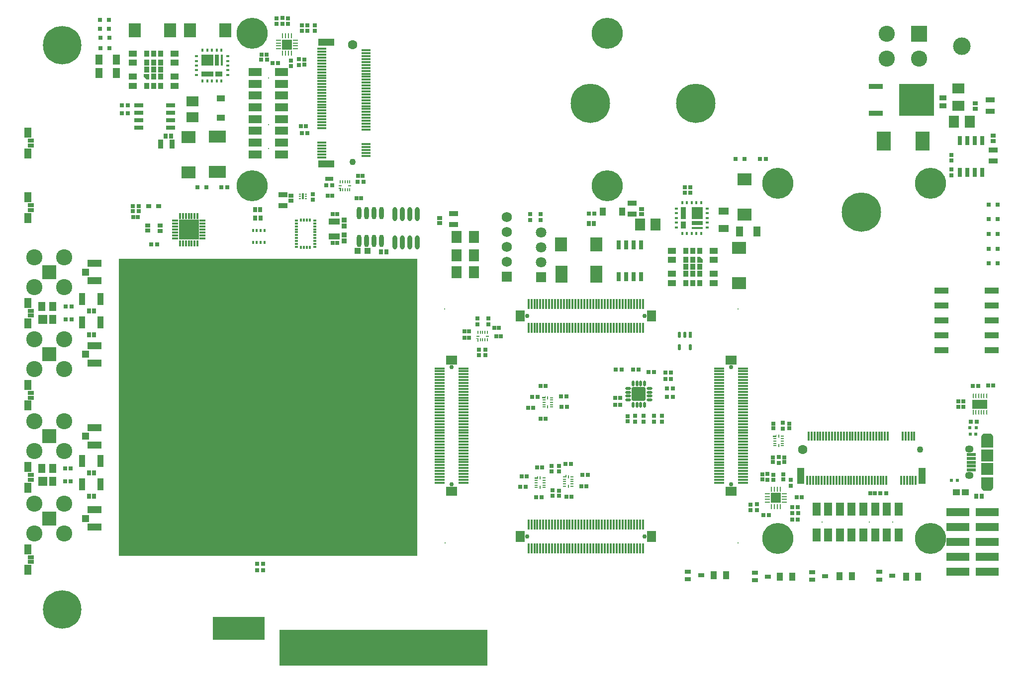
<source format=gts>
G04*
G04 #@! TF.GenerationSoftware,Altium Limited,Altium Designer,24.4.1 (13)*
G04*
G04 Layer_Color=8388736*
%FSLAX44Y44*%
%MOMM*%
G71*
G04*
G04 #@! TF.SameCoordinates,C90DC2AB-A742-4751-A2CE-D788DAC0CE27*
G04*
G04*
G04 #@! TF.FilePolarity,Negative*
G04*
G01*
G75*
G04:AMPARAMS|DCode=37|XSize=1.55mm|YSize=0.6mm|CornerRadius=0.051mm|HoleSize=0mm|Usage=FLASHONLY|Rotation=0.000|XOffset=0mm|YOffset=0mm|HoleType=Round|Shape=RoundedRectangle|*
%AMROUNDEDRECTD37*
21,1,1.5500,0.4980,0,0,0.0*
21,1,1.4480,0.6000,0,0,0.0*
1,1,0.1020,0.7240,-0.2490*
1,1,0.1020,-0.7240,-0.2490*
1,1,0.1020,-0.7240,0.2490*
1,1,0.1020,0.7240,0.2490*
%
%ADD37ROUNDEDRECTD37*%
%ADD38R,0.9000X0.8000*%
%ADD55R,0.5321X1.0383*%
G04:AMPARAMS|DCode=56|XSize=1.0383mm|YSize=0.5321mm|CornerRadius=0.2661mm|HoleSize=0mm|Usage=FLASHONLY|Rotation=270.000|XOffset=0mm|YOffset=0mm|HoleType=Round|Shape=RoundedRectangle|*
%AMROUNDEDRECTD56*
21,1,1.0383,0.0000,0,0,270.0*
21,1,0.5061,0.5321,0,0,270.0*
1,1,0.5321,0.0000,-0.2531*
1,1,0.5321,0.0000,0.2531*
1,1,0.5321,0.0000,0.2531*
1,1,0.5321,0.0000,-0.2531*
%
%ADD56ROUNDEDRECTD56*%
%ADD61R,0.3500X0.5000*%
%ADD73R,1.1000X1.3500*%
%ADD74R,1.9900X2.3300*%
%ADD75R,0.7393X0.6725*%
%ADD77R,0.9000X1.0000*%
%ADD78C,0.7413*%
%ADD79R,1.4000X1.0000*%
G04:AMPARAMS|DCode=80|XSize=1.55mm|YSize=0.6mm|CornerRadius=0.051mm|HoleSize=0mm|Usage=FLASHONLY|Rotation=90.000|XOffset=0mm|YOffset=0mm|HoleType=Round|Shape=RoundedRectangle|*
%AMROUNDEDRECTD80*
21,1,1.5500,0.4980,0,0,90.0*
21,1,1.4480,0.6000,0,0,90.0*
1,1,0.1020,0.2490,0.7240*
1,1,0.1020,0.2490,-0.7240*
1,1,0.1020,-0.2490,-0.7240*
1,1,0.1020,-0.2490,0.7240*
%
%ADD80ROUNDEDRECTD80*%
%ADD81R,2.4000X3.3000*%
%ADD82R,0.5000X0.5000*%
%ADD83R,1.3061X1.0582*%
%ADD84R,0.4750X0.5000*%
%ADD85R,2.4400X1.1300*%
%ADD86R,0.2225X0.8397*%
G04:AMPARAMS|DCode=87|XSize=0.8397mm|YSize=0.2225mm|CornerRadius=0.1112mm|HoleSize=0mm|Usage=FLASHONLY|Rotation=90.000|XOffset=0mm|YOffset=0mm|HoleType=Round|Shape=RoundedRectangle|*
%AMROUNDEDRECTD87*
21,1,0.8397,0.0000,0,0,90.0*
21,1,0.6172,0.2225,0,0,90.0*
1,1,0.2225,0.0000,0.3086*
1,1,0.2225,0.0000,-0.3086*
1,1,0.2225,0.0000,-0.3086*
1,1,0.2225,0.0000,0.3086*
%
%ADD87ROUNDEDRECTD87*%
%ADD93R,1.9000X1.1000*%
%ADD94R,0.8890X1.2954*%
%ADD95R,0.8890X2.1082*%
%ADD96R,1.8796X2.1082*%
%ADD97R,1.8796X0.6604*%
%ADD98R,1.8796X0.3556*%
%ADD99R,0.3302X0.5080*%
%ADD100R,0.5080X0.3302*%
%ADD103R,5.9182X5.5118*%
%ADD104R,2.4892X0.9398*%
%ADD105R,3.0000X2.0000*%
%ADD106R,2.3300X1.9900*%
%ADD107R,0.3000X1.5500*%
%ADD108R,1.2000X2.7500*%
%ADD109R,0.8128X0.2540*%
%ADD110R,0.2540X0.8128*%
%ADD111R,1.8034X1.8034*%
%ADD112R,0.8000X0.8000*%
%ADD116R,0.3700X0.2400*%
%ADD117R,0.4000X1.0800*%
%ADD122R,1.5500X0.3000*%
%ADD123R,2.7500X1.2000*%
%ADD124R,1.2954X0.8890*%
%ADD125R,2.1082X0.8890*%
%ADD126R,2.1082X1.8796*%
%ADD127R,0.6604X1.8796*%
%ADD128R,0.3556X1.8796*%
%ADD129R,2.0000X3.0000*%
%ADD131R,1.3500X1.1000*%
%ADD132R,0.6725X0.7393*%
%ADD135R,50.8189X50.7495*%
%ADD136R,35.5000X6.1000*%
%ADD137R,0.5250X0.4000*%
%ADD138R,0.5250X0.4000*%
%ADD139R,0.3000X0.5250*%
%ADD140R,0.3000X0.5250*%
%ADD141R,8.8000X3.8876*%
%ADD142R,0.8032X0.7032*%
%ADD143R,1.1032X1.0032*%
%ADD144R,0.7032X0.8032*%
%ADD145R,1.1032X1.4032*%
%ADD146R,1.2532X1.8032*%
%ADD147R,1.8032X1.2532*%
%ADD148R,0.8432X0.8032*%
%ADD149R,0.8032X0.8432*%
%ADD150R,1.5032X0.9032*%
%ADD151R,0.9032X1.5032*%
%ADD152R,1.7531X0.4531*%
%ADD153R,1.9032X1.5532*%
%ADD154R,1.5532X1.9032*%
%ADD155R,0.4531X1.7531*%
%ADD156R,1.1032X0.7032*%
%ADD157R,1.2032X0.9232*%
%ADD158R,0.9144X4.3942*%
%ADD159R,0.9144X3.4036*%
%ADD160O,0.8032X2.4032*%
%ADD161O,0.8032X2.1032*%
%ADD162R,2.0032X0.4532*%
%ADD163R,1.2032X1.6032*%
%ADD164R,1.6032X1.6032*%
%ADD165R,1.3232X2.3082*%
%ADD166R,1.2532X1.2032*%
%ADD167R,2.4032X1.2532*%
%ADD168R,1.1032X0.4632*%
%ADD169R,0.4632X1.1032*%
%ADD170R,3.4532X3.4532*%
%ADD171R,1.0532X0.5032*%
%ADD172R,1.6532X2.1032*%
%ADD173R,1.7032X2.0532*%
%ADD174R,2.5500X1.6500*%
%ADD175R,0.6532X0.6532*%
%ADD176R,0.9232X0.9232*%
%ADD177R,3.8832X1.4732*%
G04:AMPARAMS|DCode=178|XSize=0.5032mm|YSize=0.9532mm|CornerRadius=0.1511mm|HoleSize=0mm|Usage=FLASHONLY|Rotation=180.000|XOffset=0mm|YOffset=0mm|HoleType=Round|Shape=RoundedRectangle|*
%AMROUNDEDRECTD178*
21,1,0.5032,0.6510,0,0,180.0*
21,1,0.2010,0.9532,0,0,180.0*
1,1,0.3022,-0.1005,0.3255*
1,1,0.3022,0.1005,0.3255*
1,1,0.3022,0.1005,-0.3255*
1,1,0.3022,-0.1005,-0.3255*
%
%ADD178ROUNDEDRECTD178*%
G04:AMPARAMS|DCode=179|XSize=0.5032mm|YSize=0.9532mm|CornerRadius=0.1511mm|HoleSize=0mm|Usage=FLASHONLY|Rotation=90.000|XOffset=0mm|YOffset=0mm|HoleType=Round|Shape=RoundedRectangle|*
%AMROUNDEDRECTD179*
21,1,0.5032,0.6510,0,0,90.0*
21,1,0.2010,0.9532,0,0,90.0*
1,1,0.3022,0.3255,0.1005*
1,1,0.3022,0.3255,-0.1005*
1,1,0.3022,-0.3255,-0.1005*
1,1,0.3022,-0.3255,0.1005*
%
%ADD179ROUNDEDRECTD179*%
G04:AMPARAMS|DCode=180|XSize=2.3032mm|YSize=2.3032mm|CornerRadius=0.1541mm|HoleSize=0mm|Usage=FLASHONLY|Rotation=90.000|XOffset=0mm|YOffset=0mm|HoleType=Round|Shape=RoundedRectangle|*
%AMROUNDEDRECTD180*
21,1,2.3032,1.9950,0,0,90.0*
21,1,1.9950,2.3032,0,0,90.0*
1,1,0.3082,0.9975,0.9975*
1,1,0.3082,0.9975,-0.9975*
1,1,0.3082,-0.9975,-0.9975*
1,1,0.3082,-0.9975,0.9975*
%
%ADD180ROUNDEDRECTD180*%
%ADD181R,2.1032X2.0032*%
%ADD182R,1.5532X0.6032*%
%ADD183C,0.1800*%
%ADD184R,0.6000X0.2000*%
%ADD185R,0.2000X0.6000*%
%ADD186R,1.0032X0.7032*%
%ADD187R,1.2032X1.7032*%
%ADD188R,0.7532X0.7532*%
%ADD189R,2.3082X1.3232*%
%ADD190R,0.6000X0.2000*%
%ADD191R,0.2000X0.6000*%
%ADD192R,0.6532X0.7032*%
%ADD193R,0.7532X0.7532*%
%ADD194R,0.7032X0.6532*%
%ADD195R,2.0532X1.7032*%
%ADD196R,2.1032X1.6532*%
%ADD197R,2.1032X1.7782*%
%ADD198R,2.4532X2.4532*%
%ADD199C,2.7532*%
%ADD200C,0.7534*%
%ADD201C,6.2992*%
%ADD202C,2.7432*%
%ADD203C,0.2032*%
%ADD204C,2.7500*%
%ADD205R,2.7500X2.7500*%
%ADD206C,2.9972*%
%ADD207C,1.7532*%
%ADD208R,1.7532X1.7532*%
%ADD209C,1.8032*%
%ADD210R,1.8032X1.8032*%
%ADD211O,2.1032X1.4032*%
%ADD212O,1.4532X1.2532*%
%ADD213C,1.1000*%
%ADD214C,1.6000*%
%ADD215C,6.7032*%
%ADD216C,6.5532*%
%ADD217R,0.2032X0.2032*%
%ADD218C,5.2832*%
G36*
X885500Y318000D02*
X879500D01*
Y320000D01*
X884000D01*
Y322000D01*
X885500D01*
Y318000D01*
D02*
G37*
G36*
X784000Y551500D02*
X782000D01*
Y556000D01*
X780000D01*
Y557500D01*
X784000D01*
Y551500D01*
D02*
G37*
G36*
X223500Y998000D02*
X219000D01*
X214500Y1002500D01*
Y1008000D01*
X223500D01*
Y998000D01*
D02*
G37*
G36*
X550000Y807500D02*
X548000D01*
Y812000D01*
X546000D01*
Y813500D01*
X550000D01*
Y807500D01*
D02*
G37*
G36*
X933500Y320000D02*
X927500D01*
Y322000D01*
X932000D01*
Y324000D01*
X933500D01*
Y320000D01*
D02*
G37*
G36*
X898500Y455000D02*
X892500D01*
Y457000D01*
X897000D01*
Y459000D01*
X898500D01*
Y455000D01*
D02*
G37*
G36*
X1291500Y389000D02*
X1285500D01*
Y391000D01*
X1290000D01*
Y393000D01*
X1291500D01*
Y389000D01*
D02*
G37*
G36*
X1165500Y691500D02*
Y686000D01*
X1156500D01*
Y696000D01*
X1161000D01*
X1165500Y691500D01*
D02*
G37*
D37*
X205500Y954050D02*
D03*
Y941350D02*
D03*
X259500Y915950D02*
D03*
Y928650D02*
D03*
Y941350D02*
D03*
X205500Y928650D02*
D03*
Y915950D02*
D03*
X259500Y954050D02*
D03*
D38*
X239853Y782525D02*
D03*
X222853D02*
D03*
D55*
X1145000Y563324D02*
D03*
D56*
X1126000D02*
D03*
X1145000Y542000D02*
D03*
X1126000D02*
D03*
X1135500Y563324D02*
D03*
D61*
X413071Y720741D02*
D03*
X419571D02*
D03*
Y741241D02*
D03*
X413071D02*
D03*
X406571D02*
D03*
X400071D02*
D03*
X406571Y720741D02*
D03*
X400071D02*
D03*
D73*
X1028500Y773000D02*
D03*
X995500D02*
D03*
D74*
X924800Y717000D02*
D03*
X985000D02*
D03*
X353100Y1082000D02*
D03*
X292900D02*
D03*
X259100Y1082000D02*
D03*
X198900D02*
D03*
D75*
X981027Y769500D02*
D03*
X971695D02*
D03*
D77*
X1137000Y691000D02*
D03*
X1149000D02*
D03*
X1137000Y667000D02*
D03*
X1149000D02*
D03*
X1161000D02*
D03*
X1137000Y679000D02*
D03*
X1149000D02*
D03*
X1161000D02*
D03*
Y651500D02*
D03*
X1149000D02*
D03*
X1137000D02*
D03*
Y706500D02*
D03*
X1149000D02*
D03*
X1161000D02*
D03*
X243000Y1003000D02*
D03*
Y1027000D02*
D03*
X231000D02*
D03*
X219000D02*
D03*
X243000Y1015000D02*
D03*
X219000D02*
D03*
Y1042500D02*
D03*
X231000D02*
D03*
X243000D02*
D03*
Y987500D02*
D03*
X231000D02*
D03*
X219000D02*
D03*
X231000Y1015000D02*
D03*
Y1003000D02*
D03*
D78*
X1160620Y690556D02*
D03*
X219380Y1003444D02*
D03*
D79*
X1113500Y651500D02*
D03*
Y667000D02*
D03*
Y691000D02*
D03*
Y706500D02*
D03*
X1184500Y667000D02*
D03*
Y651500D02*
D03*
Y691000D02*
D03*
Y706500D02*
D03*
X266500Y1042500D02*
D03*
Y1027000D02*
D03*
Y1003000D02*
D03*
Y987500D02*
D03*
X195500Y1027000D02*
D03*
Y1042500D02*
D03*
Y1003000D02*
D03*
Y987500D02*
D03*
D80*
X1022630Y662000D02*
D03*
X1035330D02*
D03*
X1060730Y716000D02*
D03*
X1048030D02*
D03*
X1035330D02*
D03*
X1022630D02*
D03*
X1048030Y662000D02*
D03*
X1060730D02*
D03*
X1642050Y840000D02*
D03*
X1629350D02*
D03*
X1603950Y894000D02*
D03*
X1616650D02*
D03*
X1629350D02*
D03*
X1642050D02*
D03*
X1616650Y840000D02*
D03*
X1603950D02*
D03*
D81*
X1474000Y893000D02*
D03*
X1540000D02*
D03*
D82*
X1631000Y394000D02*
D03*
X1621000D02*
D03*
X1589000Y315000D02*
D03*
X1599000D02*
D03*
D83*
X1597239Y295000D02*
D03*
X1612761D02*
D03*
D84*
X1620875Y405000D02*
D03*
X1631125D02*
D03*
D85*
X1658000Y536700D02*
D03*
Y562100D02*
D03*
Y587500D02*
D03*
Y612900D02*
D03*
Y638300D02*
D03*
X1572000D02*
D03*
Y612900D02*
D03*
Y587500D02*
D03*
Y562100D02*
D03*
Y536700D02*
D03*
D86*
X1626500Y430690D02*
D03*
D87*
X1631000D02*
D03*
X1635500D02*
D03*
X1640000D02*
D03*
X1644500D02*
D03*
X1649000D02*
D03*
Y459000D02*
D03*
X1644500D02*
D03*
X1640000D02*
D03*
X1635500D02*
D03*
X1631000D02*
D03*
X1626500D02*
D03*
D93*
X538591Y756000D02*
D03*
Y731000D02*
D03*
D94*
X1133000Y750250D02*
D03*
D95*
Y770250D02*
D03*
D96*
X1156100D02*
D03*
D97*
Y753650D02*
D03*
D98*
Y745550D02*
D03*
D99*
X1163000Y735834D02*
D03*
X1155000D02*
D03*
X1147000D02*
D03*
X1139000D02*
D03*
X1131000D02*
D03*
Y788666D02*
D03*
X1139000D02*
D03*
X1147000D02*
D03*
X1155000D02*
D03*
X1163000D02*
D03*
X346416Y995584D02*
D03*
X338416D02*
D03*
X330416D02*
D03*
X322416D02*
D03*
X314416D02*
D03*
Y1048416D02*
D03*
X322416D02*
D03*
X330416D02*
D03*
X338416D02*
D03*
X346416D02*
D03*
D100*
X1120584Y746250D02*
D03*
Y754250D02*
D03*
Y762250D02*
D03*
Y770250D02*
D03*
Y778250D02*
D03*
X1173416D02*
D03*
Y770250D02*
D03*
Y762250D02*
D03*
Y754250D02*
D03*
Y746250D02*
D03*
X356832Y1038000D02*
D03*
Y1030000D02*
D03*
Y1022000D02*
D03*
Y1014000D02*
D03*
Y1006000D02*
D03*
X304000D02*
D03*
Y1014000D02*
D03*
Y1022000D02*
D03*
Y1030000D02*
D03*
Y1038000D02*
D03*
D103*
X1529653Y964000D02*
D03*
D104*
X1460438Y941140D02*
D03*
Y986860D02*
D03*
D105*
X339124Y840590D02*
D03*
Y900590D02*
D03*
D106*
X1228000Y650900D02*
D03*
Y711100D02*
D03*
X1237000Y767900D02*
D03*
Y828100D02*
D03*
X290000Y900100D02*
D03*
Y839900D02*
D03*
D107*
X1528500Y315000D02*
D03*
X1523500D02*
D03*
X1518500D02*
D03*
X1513500D02*
D03*
X1508500D02*
D03*
X1503500D02*
D03*
X1526000Y390500D02*
D03*
X1521000D02*
D03*
X1516000D02*
D03*
X1511000D02*
D03*
X1506000D02*
D03*
X1478500Y315000D02*
D03*
X1476000Y390500D02*
D03*
X1473500Y315000D02*
D03*
X1471000Y390500D02*
D03*
X1468500Y315000D02*
D03*
X1466000Y390500D02*
D03*
X1463500Y315000D02*
D03*
X1461000Y390500D02*
D03*
X1458500Y315000D02*
D03*
X1456000Y390500D02*
D03*
X1453500Y315000D02*
D03*
X1451000Y390500D02*
D03*
X1448500Y315000D02*
D03*
X1446000Y390500D02*
D03*
X1443500Y315000D02*
D03*
X1441000Y390500D02*
D03*
X1438500Y315000D02*
D03*
X1436000Y390500D02*
D03*
X1433500Y315000D02*
D03*
X1431000Y390500D02*
D03*
X1428500Y315000D02*
D03*
X1426000Y390500D02*
D03*
X1423500Y315000D02*
D03*
X1421000Y390500D02*
D03*
X1418500Y315000D02*
D03*
X1416000Y390500D02*
D03*
X1413500Y315000D02*
D03*
X1411000Y390500D02*
D03*
X1408500Y315000D02*
D03*
X1406000Y390500D02*
D03*
X1403500Y315000D02*
D03*
X1401000Y390500D02*
D03*
X1398500Y315000D02*
D03*
X1396000Y390500D02*
D03*
X1393500Y315000D02*
D03*
X1391000Y390500D02*
D03*
X1388500Y315000D02*
D03*
X1386000Y390500D02*
D03*
X1383500Y315000D02*
D03*
X1381000Y390500D02*
D03*
X1378500Y315000D02*
D03*
X1376000Y390500D02*
D03*
X1373500Y315000D02*
D03*
X1371000Y390500D02*
D03*
X1368500Y315000D02*
D03*
X1366000Y390500D02*
D03*
X1363500Y315000D02*
D03*
X1361000Y390500D02*
D03*
X1358500Y315000D02*
D03*
X1356000Y390500D02*
D03*
X1353500Y315000D02*
D03*
X1351000Y390500D02*
D03*
X1348500Y315000D02*
D03*
X1346000Y390500D02*
D03*
X1343500Y315000D02*
D03*
X1481000Y390500D02*
D03*
D108*
X1539500Y322750D02*
D03*
X1332500D02*
D03*
D109*
X443522Y1065500D02*
D03*
Y1060500D02*
D03*
Y1055500D02*
D03*
Y1050500D02*
D03*
X472478D02*
D03*
Y1055500D02*
D03*
Y1060500D02*
D03*
Y1065500D02*
D03*
X1304478Y292500D02*
D03*
Y287500D02*
D03*
Y282500D02*
D03*
Y277500D02*
D03*
X1275522D02*
D03*
Y282500D02*
D03*
Y287500D02*
D03*
Y292500D02*
D03*
D110*
X450500Y1043522D02*
D03*
X455500D02*
D03*
X460500D02*
D03*
X465500D02*
D03*
Y1072478D02*
D03*
X460500D02*
D03*
X455500D02*
D03*
X450500D02*
D03*
X1282500Y299478D02*
D03*
X1287500D02*
D03*
X1292500D02*
D03*
X1297500D02*
D03*
Y270522D02*
D03*
X1292500D02*
D03*
X1287500D02*
D03*
X1282500D02*
D03*
D111*
X458000Y1058000D02*
D03*
X1290000Y285000D02*
D03*
D112*
X1652500Y785000D02*
D03*
X1667500D02*
D03*
Y735000D02*
D03*
X1652500D02*
D03*
X1667500Y710000D02*
D03*
X1652500D02*
D03*
X1667500Y685000D02*
D03*
X1652500D02*
D03*
X140000Y1100000D02*
D03*
X155000D02*
D03*
X1652500Y760000D02*
D03*
X1667500D02*
D03*
X1237000Y863000D02*
D03*
X1222000D02*
D03*
X305500Y815000D02*
D03*
X320500D02*
D03*
X155500Y1052000D02*
D03*
X140500D02*
D03*
X155500Y1069500D02*
D03*
X140500D02*
D03*
X155000Y1085000D02*
D03*
X140000D02*
D03*
D116*
X479850Y803026D02*
D03*
Y799026D02*
D03*
Y795026D02*
D03*
X490150D02*
D03*
Y799026D02*
D03*
Y803026D02*
D03*
D117*
X485000Y799026D02*
D03*
D122*
X592750Y913000D02*
D03*
X517250Y1050500D02*
D03*
X592750Y1048000D02*
D03*
X517250Y1045500D02*
D03*
X592750Y1043000D02*
D03*
X517250Y1040500D02*
D03*
X592750Y1038000D02*
D03*
X517250Y1035500D02*
D03*
X592750Y1033000D02*
D03*
X517250Y1030500D02*
D03*
X592750Y1028000D02*
D03*
X517250Y1025500D02*
D03*
X592750Y1023000D02*
D03*
X517250Y1020500D02*
D03*
X592750Y1018000D02*
D03*
X517250Y1015500D02*
D03*
X592750Y1013000D02*
D03*
X517250Y1010500D02*
D03*
X592750Y1008000D02*
D03*
X517250Y1005500D02*
D03*
X592750Y1003000D02*
D03*
X517250Y1000500D02*
D03*
X592750Y998000D02*
D03*
X517250Y995500D02*
D03*
X592750Y993000D02*
D03*
X517250Y990500D02*
D03*
X592750Y988000D02*
D03*
X517250Y985500D02*
D03*
X592750Y983000D02*
D03*
X517250Y980500D02*
D03*
X592750Y978000D02*
D03*
X517250Y975500D02*
D03*
X592750Y973000D02*
D03*
X517250Y970500D02*
D03*
X592750Y968000D02*
D03*
X517250Y965500D02*
D03*
X592750Y963000D02*
D03*
X517250Y960500D02*
D03*
X592750Y958000D02*
D03*
X517250Y955500D02*
D03*
X592750Y953000D02*
D03*
X517250Y950500D02*
D03*
X592750Y948000D02*
D03*
X517250Y945500D02*
D03*
X592750Y943000D02*
D03*
X517250Y940500D02*
D03*
X592750Y938000D02*
D03*
X517250Y935500D02*
D03*
X592750Y933000D02*
D03*
X517250Y930500D02*
D03*
X592750Y928000D02*
D03*
X517250Y925500D02*
D03*
X592750Y923000D02*
D03*
X517250Y920500D02*
D03*
X592750Y918000D02*
D03*
X517250Y915500D02*
D03*
X592750Y888000D02*
D03*
Y883000D02*
D03*
Y878000D02*
D03*
Y873000D02*
D03*
Y868000D02*
D03*
X517250Y890500D02*
D03*
Y885500D02*
D03*
Y880500D02*
D03*
Y875500D02*
D03*
Y870500D02*
D03*
Y865500D02*
D03*
D123*
X525000Y1061500D02*
D03*
Y854500D02*
D03*
D124*
X342416Y1008000D02*
D03*
D125*
X322416D02*
D03*
D126*
Y1031100D02*
D03*
D127*
X339016D02*
D03*
D128*
X347116D02*
D03*
D129*
X925000Y666000D02*
D03*
X985000D02*
D03*
D131*
X345000Y966500D02*
D03*
Y933500D02*
D03*
D132*
X502000Y802666D02*
D03*
Y793334D02*
D03*
D135*
X426095Y439253D02*
D03*
D136*
X622500Y29500D02*
D03*
D137*
X473966Y758000D02*
D03*
X473966Y748000D02*
D03*
X473966Y738000D02*
D03*
Y733000D02*
D03*
X473966Y723000D02*
D03*
X473966Y713000D02*
D03*
X505216Y758000D02*
D03*
X505216Y748000D02*
D03*
X505216Y738000D02*
D03*
Y733000D02*
D03*
X505216Y723000D02*
D03*
X505216Y713000D02*
D03*
D138*
X473966Y753000D02*
D03*
Y743000D02*
D03*
Y728000D02*
D03*
Y718000D02*
D03*
X505216Y753000D02*
D03*
Y743000D02*
D03*
Y728000D02*
D03*
Y718000D02*
D03*
D139*
X497091Y758625D02*
D03*
X482091D02*
D03*
Y712375D02*
D03*
X497091D02*
D03*
D140*
X492091Y758625D02*
D03*
X487091D02*
D03*
X487091Y712375D02*
D03*
X492091D02*
D03*
D141*
X376000Y62438D02*
D03*
D142*
X872000Y759000D02*
D03*
Y769000D02*
D03*
X1295000Y355000D02*
D03*
Y345000D02*
D03*
X1302000Y403000D02*
D03*
Y413000D02*
D03*
X478000Y1033000D02*
D03*
Y1023000D02*
D03*
X493000Y1081000D02*
D03*
Y1091000D02*
D03*
X1258000Y274000D02*
D03*
Y264000D02*
D03*
X450000Y1093000D02*
D03*
Y1103000D02*
D03*
X1316000Y306000D02*
D03*
Y316000D02*
D03*
X1276000Y316000D02*
D03*
Y326000D02*
D03*
X796000Y528000D02*
D03*
Y538000D02*
D03*
X801000Y591000D02*
D03*
Y581000D02*
D03*
X785000Y528000D02*
D03*
Y538000D02*
D03*
X782000Y591000D02*
D03*
Y581000D02*
D03*
X1065000Y425000D02*
D03*
Y415000D02*
D03*
X1051000Y425000D02*
D03*
Y415000D02*
D03*
X1096000Y425000D02*
D03*
Y415000D02*
D03*
X1083000Y425000D02*
D03*
Y415000D02*
D03*
X1135000Y805000D02*
D03*
Y815000D02*
D03*
X890000Y769000D02*
D03*
Y759000D02*
D03*
X1145000Y815000D02*
D03*
Y805000D02*
D03*
X1589000Y845000D02*
D03*
Y835000D02*
D03*
Y860000D02*
D03*
Y870000D02*
D03*
D143*
X578500Y706000D02*
D03*
X595500D02*
D03*
D144*
X578000Y824000D02*
D03*
X588000D02*
D03*
X535000Y818000D02*
D03*
X525000D02*
D03*
X424000Y1032000D02*
D03*
X414000D02*
D03*
X1318000Y259000D02*
D03*
X1328000D02*
D03*
X1047000Y504000D02*
D03*
X1057000D02*
D03*
X1028000D02*
D03*
X1018000D02*
D03*
X1105000Y472000D02*
D03*
X1115000D02*
D03*
X1105000Y457000D02*
D03*
X1115000D02*
D03*
X1102000Y499000D02*
D03*
X1112000D02*
D03*
X1102000Y488000D02*
D03*
X1112000D02*
D03*
X195353Y782525D02*
D03*
X205353D02*
D03*
X195353Y773525D02*
D03*
X205353D02*
D03*
X1273000Y863000D02*
D03*
X1263000D02*
D03*
X356000Y815000D02*
D03*
X346000D02*
D03*
X1632000Y415000D02*
D03*
X1622000D02*
D03*
X493000Y907000D02*
D03*
X483000D02*
D03*
X90000Y313000D02*
D03*
X80000D02*
D03*
X91000Y589000D02*
D03*
X81000D02*
D03*
X90000Y335000D02*
D03*
X80000D02*
D03*
X91000Y611000D02*
D03*
X81000D02*
D03*
X1478000Y293000D02*
D03*
X1468000D02*
D03*
X187000Y954000D02*
D03*
X177000D02*
D03*
X187000Y941000D02*
D03*
X177000D02*
D03*
X407000Y162000D02*
D03*
X417000D02*
D03*
X407000Y173000D02*
D03*
X417000D02*
D03*
X227000Y717000D02*
D03*
X237000D02*
D03*
D145*
X1398700Y152007D02*
D03*
X1419700D02*
D03*
X1511700Y151007D02*
D03*
X1532700D02*
D03*
X1297360Y151186D02*
D03*
X1318360D02*
D03*
X1184360Y153186D02*
D03*
X1205360D02*
D03*
D146*
X1228492Y739000D02*
D03*
X1257992D02*
D03*
X167750Y1032000D02*
D03*
X138250D02*
D03*
X167750Y1009000D02*
D03*
X138250D02*
D03*
D147*
X1201000Y744250D02*
D03*
Y773750D02*
D03*
D148*
X221000Y749400D02*
D03*
Y740600D02*
D03*
X465000Y800400D02*
D03*
Y791600D02*
D03*
X1062000Y777400D02*
D03*
Y768600D02*
D03*
X717827Y753335D02*
D03*
Y762135D02*
D03*
X242000Y749000D02*
D03*
Y740200D02*
D03*
X1630000Y948600D02*
D03*
Y957400D02*
D03*
X1660000Y893600D02*
D03*
Y902400D02*
D03*
D149*
X980761Y752500D02*
D03*
X971961D02*
D03*
X1640400Y288000D02*
D03*
X1631600D02*
D03*
X129400Y563000D02*
D03*
X120600D02*
D03*
X129400Y288000D02*
D03*
X120600D02*
D03*
X129400Y328000D02*
D03*
X120600D02*
D03*
X129400Y604000D02*
D03*
X120600D02*
D03*
X412686Y776425D02*
D03*
X403886D02*
D03*
X412848Y761987D02*
D03*
X404048D02*
D03*
X627150Y704250D02*
D03*
X618350D02*
D03*
X260400Y902000D02*
D03*
X251600D02*
D03*
D150*
X1046000Y787500D02*
D03*
Y768500D02*
D03*
X1660000Y859370D02*
D03*
Y878370D02*
D03*
X451500Y783000D02*
D03*
Y802000D02*
D03*
X741638Y770000D02*
D03*
Y751000D02*
D03*
X1655000Y944500D02*
D03*
Y963500D02*
D03*
D151*
X243000Y888500D02*
D03*
X262000D02*
D03*
D152*
X1234624Y315932D02*
D03*
X1194126Y450930D02*
D03*
Y315932D02*
D03*
Y310930D02*
D03*
X1234624D02*
D03*
Y335932D02*
D03*
Y360930D02*
D03*
Y385932D02*
D03*
Y410930D02*
D03*
Y435931D02*
D03*
Y460930D02*
D03*
Y485931D02*
D03*
X1194126Y335932D02*
D03*
Y360930D02*
D03*
Y385932D02*
D03*
Y410930D02*
D03*
Y435931D02*
D03*
Y460930D02*
D03*
Y485931D02*
D03*
Y320930D02*
D03*
X1234624D02*
D03*
X1194126Y455931D02*
D03*
X1234624Y420930D02*
D03*
Y405932D02*
D03*
X1194126Y465931D02*
D03*
X1234624Y505931D02*
D03*
X1194126Y480930D02*
D03*
Y505931D02*
D03*
Y490930D02*
D03*
X1234624Y390930D02*
D03*
Y425932D02*
D03*
Y500930D02*
D03*
X1194126Y495931D02*
D03*
X1234624Y395932D02*
D03*
Y480930D02*
D03*
Y465931D02*
D03*
Y490930D02*
D03*
Y415932D02*
D03*
Y400930D02*
D03*
Y430930D02*
D03*
Y445931D02*
D03*
Y450930D02*
D03*
Y475931D02*
D03*
Y440930D02*
D03*
X1194126Y500930D02*
D03*
X1234624Y495931D02*
D03*
X1194126Y475931D02*
D03*
X1234624Y375932D02*
D03*
Y380930D02*
D03*
Y470930D02*
D03*
Y455931D02*
D03*
X1194126Y440930D02*
D03*
Y445931D02*
D03*
X1234624Y345932D02*
D03*
X1194126Y405932D02*
D03*
Y395932D02*
D03*
X1234624Y330930D02*
D03*
X1194126Y420930D02*
D03*
Y380930D02*
D03*
Y370930D02*
D03*
Y350930D02*
D03*
X1234624Y340930D02*
D03*
Y365932D02*
D03*
X1194126Y415932D02*
D03*
Y470930D02*
D03*
Y340930D02*
D03*
Y330930D02*
D03*
X1234624Y325932D02*
D03*
Y355932D02*
D03*
Y370930D02*
D03*
Y350930D02*
D03*
X1194126Y390930D02*
D03*
Y400930D02*
D03*
Y345932D02*
D03*
Y375932D02*
D03*
Y355932D02*
D03*
Y325932D02*
D03*
Y365932D02*
D03*
Y430930D02*
D03*
Y425932D02*
D03*
X717899Y500955D02*
D03*
X758397Y365956D02*
D03*
Y500955D02*
D03*
Y505956D02*
D03*
X717899D02*
D03*
Y480955D02*
D03*
Y455956D02*
D03*
Y430955D02*
D03*
Y405956D02*
D03*
Y380955D02*
D03*
Y355956D02*
D03*
Y330955D02*
D03*
X758397Y480955D02*
D03*
Y455956D02*
D03*
Y430955D02*
D03*
Y405956D02*
D03*
Y380955D02*
D03*
Y355956D02*
D03*
Y330955D02*
D03*
Y495956D02*
D03*
X717899D02*
D03*
X758397Y360955D02*
D03*
X717899Y395956D02*
D03*
Y410955D02*
D03*
X758397Y350955D02*
D03*
X717899Y310955D02*
D03*
X758397Y335956D02*
D03*
Y310955D02*
D03*
Y325956D02*
D03*
X717899Y425956D02*
D03*
Y390955D02*
D03*
Y315956D02*
D03*
X758397Y320955D02*
D03*
X717899Y420955D02*
D03*
Y335956D02*
D03*
Y350955D02*
D03*
Y325956D02*
D03*
Y400955D02*
D03*
Y415956D02*
D03*
Y385956D02*
D03*
Y370955D02*
D03*
Y365956D02*
D03*
Y340955D02*
D03*
Y375956D02*
D03*
X758397Y315956D02*
D03*
X717899Y320955D02*
D03*
X758397Y340955D02*
D03*
X717899Y440955D02*
D03*
Y435956D02*
D03*
Y345956D02*
D03*
Y360955D02*
D03*
X758397Y375956D02*
D03*
Y370955D02*
D03*
X717899Y470955D02*
D03*
X758397Y410955D02*
D03*
Y420955D02*
D03*
X717899Y485956D02*
D03*
X758397Y395956D02*
D03*
Y435956D02*
D03*
Y445956D02*
D03*
Y465956D02*
D03*
X717899Y475956D02*
D03*
Y450955D02*
D03*
X758397Y400955D02*
D03*
Y345956D02*
D03*
Y475956D02*
D03*
Y485956D02*
D03*
X717899Y490955D02*
D03*
Y460955D02*
D03*
Y445956D02*
D03*
Y465956D02*
D03*
X758397Y425956D02*
D03*
Y415956D02*
D03*
Y470955D02*
D03*
Y440955D02*
D03*
Y460955D02*
D03*
Y490955D02*
D03*
Y450955D02*
D03*
Y385956D02*
D03*
Y390955D02*
D03*
D153*
X1214261Y296693D02*
D03*
Y520193D02*
D03*
X738261D02*
D03*
Y296693D02*
D03*
D154*
X855011Y595193D02*
D03*
X1078511D02*
D03*
Y219193D02*
D03*
X855011D02*
D03*
D155*
X949273Y575058D02*
D03*
X944274D02*
D03*
X1009273D02*
D03*
X1049273D02*
D03*
X1019273D02*
D03*
X999273D02*
D03*
X1029273D02*
D03*
X974274D02*
D03*
X984274D02*
D03*
X1024274Y615556D02*
D03*
X1004274D02*
D03*
X1019273D02*
D03*
X1049273D02*
D03*
X1044274Y575058D02*
D03*
X1034274D02*
D03*
X904275D02*
D03*
X959273D02*
D03*
X1009273Y615556D02*
D03*
X1034274D02*
D03*
X1024274Y575058D02*
D03*
X1004274D02*
D03*
X994274D02*
D03*
X954274D02*
D03*
X1044274Y615556D02*
D03*
X979273Y575058D02*
D03*
X969273D02*
D03*
X1029273Y615556D02*
D03*
X929273Y575058D02*
D03*
X934274D02*
D03*
X919273Y615556D02*
D03*
X904275D02*
D03*
X994274D02*
D03*
X999273D02*
D03*
X899273Y575058D02*
D03*
X879273Y615556D02*
D03*
X874275Y575058D02*
D03*
X934274Y615556D02*
D03*
X899273D02*
D03*
X924274D02*
D03*
X929273D02*
D03*
X944274D02*
D03*
X974274D02*
D03*
X959273D02*
D03*
X884275D02*
D03*
X909273D02*
D03*
X894275D02*
D03*
X979273D02*
D03*
X879273Y575058D02*
D03*
X874275Y615556D02*
D03*
X949273D02*
D03*
X984274D02*
D03*
X884275Y575058D02*
D03*
X869273D02*
D03*
X894275D02*
D03*
X869273Y615556D02*
D03*
X909273Y575058D02*
D03*
X969273Y615556D02*
D03*
X954274D02*
D03*
X919273Y575058D02*
D03*
X1054274Y615556D02*
D03*
Y575058D02*
D03*
X889273D02*
D03*
X914274D02*
D03*
X939273D02*
D03*
X964274D02*
D03*
X989273D02*
D03*
X1014274D02*
D03*
X1039273D02*
D03*
X889273Y615556D02*
D03*
X914274D02*
D03*
X939273D02*
D03*
X964274D02*
D03*
X989273D02*
D03*
X1014274D02*
D03*
X1039273D02*
D03*
X1064274D02*
D03*
Y575058D02*
D03*
X1059273D02*
D03*
X924274D02*
D03*
X1059273Y615556D02*
D03*
X984249Y239329D02*
D03*
X989248D02*
D03*
X924250D02*
D03*
X884250D02*
D03*
X914250D02*
D03*
X934250D02*
D03*
X904250D02*
D03*
X959248D02*
D03*
X949248D02*
D03*
X909248Y198831D02*
D03*
X929248D02*
D03*
X914250D02*
D03*
X884250D02*
D03*
X889249Y239329D02*
D03*
X899248D02*
D03*
X1029248D02*
D03*
X974250D02*
D03*
X924250Y198831D02*
D03*
X899248D02*
D03*
X909248Y239329D02*
D03*
X929248D02*
D03*
X939248D02*
D03*
X979248D02*
D03*
X889249Y198831D02*
D03*
X954250Y239329D02*
D03*
X964250D02*
D03*
X904250Y198831D02*
D03*
X1004249Y239329D02*
D03*
X999248D02*
D03*
X1014249Y198831D02*
D03*
X1029248D02*
D03*
X939248D02*
D03*
X934250D02*
D03*
X1034249Y239329D02*
D03*
X1054249Y198831D02*
D03*
X1059248Y239329D02*
D03*
X999248Y198831D02*
D03*
X1034249D02*
D03*
X1009248D02*
D03*
X1004249D02*
D03*
X989248D02*
D03*
X959248D02*
D03*
X974250D02*
D03*
X1049248D02*
D03*
X1024249D02*
D03*
X1039248D02*
D03*
X954250D02*
D03*
X1054249Y239329D02*
D03*
X1059248Y198831D02*
D03*
X984249D02*
D03*
X949248D02*
D03*
X1049248Y239329D02*
D03*
X1064249D02*
D03*
X1039248D02*
D03*
X1064249Y198831D02*
D03*
X1024249Y239329D02*
D03*
X964250Y198831D02*
D03*
X979248D02*
D03*
X1014249Y239329D02*
D03*
X879249Y198831D02*
D03*
Y239329D02*
D03*
X1044249D02*
D03*
X1019248D02*
D03*
X994249D02*
D03*
X969248D02*
D03*
X944250D02*
D03*
X919248D02*
D03*
X894250D02*
D03*
X1044249Y198831D02*
D03*
X1019248D02*
D03*
X994249D02*
D03*
X969248D02*
D03*
X944250D02*
D03*
X919248D02*
D03*
X894250D02*
D03*
X869249D02*
D03*
Y239329D02*
D03*
X874250D02*
D03*
X1009248D02*
D03*
X874250Y198831D02*
D03*
D156*
X1351950Y158507D02*
D03*
Y145507D02*
D03*
X1374450Y152007D02*
D03*
X1163110Y153186D02*
D03*
X1140610Y146686D02*
D03*
Y159686D02*
D03*
X1276860Y151186D02*
D03*
X1254360Y144686D02*
D03*
Y157686D02*
D03*
X1488700Y152507D02*
D03*
X1466200Y146007D02*
D03*
Y159007D02*
D03*
D157*
X1575000Y953100D02*
D03*
Y966900D02*
D03*
D158*
X649000Y37376D02*
D03*
X629000D02*
D03*
X599000D02*
D03*
X719000D02*
D03*
X489000D02*
D03*
X519000D02*
D03*
X679000D02*
D03*
X689000D02*
D03*
X729000D02*
D03*
X759000D02*
D03*
X559000D02*
D03*
X509000D02*
D03*
X499000D02*
D03*
X769000D02*
D03*
X589000D02*
D03*
X539000D02*
D03*
X549000D02*
D03*
X609000D02*
D03*
X619000D02*
D03*
X659000D02*
D03*
X669000D02*
D03*
X699000D02*
D03*
X709000D02*
D03*
X739000D02*
D03*
X749000D02*
D03*
X639000D02*
D03*
X529000D02*
D03*
X459000D02*
D03*
X469000D02*
D03*
X479000D02*
D03*
X789000D02*
D03*
D159*
X779000Y42329D02*
D03*
D160*
X680050Y769000D02*
D03*
X667350D02*
D03*
X654650D02*
D03*
X641950D02*
D03*
X680050Y721000D02*
D03*
X667350D02*
D03*
X654650D02*
D03*
X641950D02*
D03*
D161*
X619050Y770500D02*
D03*
X606350D02*
D03*
X593650D02*
D03*
X580950D02*
D03*
X619050Y723500D02*
D03*
X606350D02*
D03*
X593650D02*
D03*
X580950D02*
D03*
D162*
X606350Y460913D02*
D03*
X646350D02*
D03*
Y455833D02*
D03*
X606350D02*
D03*
X646350Y450753D02*
D03*
X606350D02*
D03*
X646350Y445673D02*
D03*
X606350D02*
D03*
X646350Y440593D02*
D03*
X606350D02*
D03*
X646350Y435513D02*
D03*
X606350D02*
D03*
X646350Y430433D02*
D03*
X606350D02*
D03*
X646350Y425353D02*
D03*
X606350D02*
D03*
X646350Y420273D02*
D03*
X606350D02*
D03*
X646350Y415193D02*
D03*
X606350D02*
D03*
Y460913D02*
D03*
X646350D02*
D03*
Y455833D02*
D03*
X606350D02*
D03*
X646350Y450753D02*
D03*
X606350D02*
D03*
X646350Y445673D02*
D03*
X606350D02*
D03*
X646350Y440593D02*
D03*
X606350D02*
D03*
X646350Y435513D02*
D03*
X606350D02*
D03*
X646350Y430433D02*
D03*
X606350D02*
D03*
X646350Y425353D02*
D03*
X606350D02*
D03*
X646350Y420273D02*
D03*
X606350D02*
D03*
X646350Y415193D02*
D03*
X606350D02*
D03*
D163*
X40500Y335000D02*
D03*
X59500D02*
D03*
Y313000D02*
D03*
Y589000D02*
D03*
Y611000D02*
D03*
X40500D02*
D03*
D164*
X42500Y313000D02*
D03*
Y589000D02*
D03*
D165*
X1439376Y266000D02*
D03*
X1459376D02*
D03*
X1479376D02*
D03*
X1499376D02*
D03*
X1439376Y221550D02*
D03*
X1479376D02*
D03*
X1459376D02*
D03*
X1499376D02*
D03*
X1359376Y266000D02*
D03*
X1459376D02*
D03*
X1479376D02*
D03*
X1499376D02*
D03*
X1439376Y221550D02*
D03*
X1479376D02*
D03*
X1459376D02*
D03*
X1499376D02*
D03*
X1359376D02*
D03*
X1419376D02*
D03*
X1399376D02*
D03*
X1379376D02*
D03*
X1439376Y266000D02*
D03*
X1419376D02*
D03*
X1399376D02*
D03*
X1379376D02*
D03*
D166*
X114750Y250000D02*
D03*
Y530000D02*
D03*
Y390000D02*
D03*
Y670000D02*
D03*
D167*
X130000Y235250D02*
D03*
Y264750D02*
D03*
Y515250D02*
D03*
Y544750D02*
D03*
Y404750D02*
D03*
Y375250D02*
D03*
Y684750D02*
D03*
Y655250D02*
D03*
D168*
X267603Y727525D02*
D03*
Y732525D02*
D03*
Y757525D02*
D03*
Y752525D02*
D03*
Y747525D02*
D03*
Y742525D02*
D03*
Y737525D02*
D03*
X314103Y727525D02*
D03*
Y732525D02*
D03*
Y737525D02*
D03*
Y742525D02*
D03*
Y747525D02*
D03*
Y752525D02*
D03*
Y757525D02*
D03*
D169*
X275853Y719275D02*
D03*
X280853D02*
D03*
X285853D02*
D03*
X290853D02*
D03*
X295853D02*
D03*
X300853D02*
D03*
X305853D02*
D03*
X305853Y765775D02*
D03*
X300853D02*
D03*
X295853D02*
D03*
X290853D02*
D03*
X285853D02*
D03*
X280853D02*
D03*
X275853D02*
D03*
D170*
X290853Y742525D02*
D03*
D171*
X140750Y300500D02*
D03*
Y305500D02*
D03*
Y310500D02*
D03*
Y315500D02*
D03*
X109250D02*
D03*
Y310500D02*
D03*
Y305500D02*
D03*
Y300500D02*
D03*
Y616500D02*
D03*
Y621500D02*
D03*
Y626500D02*
D03*
Y631500D02*
D03*
X140750D02*
D03*
Y626500D02*
D03*
Y621500D02*
D03*
Y616500D02*
D03*
Y576500D02*
D03*
Y581500D02*
D03*
Y586500D02*
D03*
Y591500D02*
D03*
X109250D02*
D03*
Y586500D02*
D03*
Y581500D02*
D03*
Y576500D02*
D03*
X140750Y340500D02*
D03*
Y345500D02*
D03*
Y350500D02*
D03*
Y355500D02*
D03*
X109250D02*
D03*
Y350500D02*
D03*
Y345500D02*
D03*
Y340500D02*
D03*
D172*
X746750Y669500D02*
D03*
X776250D02*
D03*
X746750Y729500D02*
D03*
X776250D02*
D03*
Y698500D02*
D03*
X746750D02*
D03*
D173*
X1058750Y751000D02*
D03*
X1085250D02*
D03*
X1593750Y926000D02*
D03*
X1620250D02*
D03*
D174*
X1637750Y444845D02*
D03*
D175*
X204353Y763525D02*
D03*
X196353D02*
D03*
X482000Y919000D02*
D03*
X490000D02*
D03*
X1459000Y293000D02*
D03*
X1451000D02*
D03*
X535591Y719500D02*
D03*
X543591D02*
D03*
X535591Y768500D02*
D03*
X543591D02*
D03*
D176*
X555591Y748400D02*
D03*
Y758600D02*
D03*
Y733600D02*
D03*
Y723400D02*
D03*
D177*
X1600250Y260800D02*
D03*
Y235400D02*
D03*
Y210000D02*
D03*
Y184600D02*
D03*
Y159200D02*
D03*
X1649750D02*
D03*
Y260800D02*
D03*
Y235400D02*
D03*
Y210000D02*
D03*
Y184600D02*
D03*
D178*
X1047250Y443750D02*
D03*
X1053750D02*
D03*
X1060250D02*
D03*
X1066750D02*
D03*
Y480250D02*
D03*
X1060250D02*
D03*
X1053750D02*
D03*
X1047250D02*
D03*
D179*
X1075250Y452250D02*
D03*
Y458750D02*
D03*
Y465250D02*
D03*
Y471750D02*
D03*
X1038750D02*
D03*
Y465250D02*
D03*
Y458750D02*
D03*
Y452250D02*
D03*
D180*
X1057000Y462000D02*
D03*
D181*
X1650000Y357250D02*
D03*
Y334250D02*
D03*
D182*
X1623250Y332750D02*
D03*
Y339250D02*
D03*
Y358750D02*
D03*
Y345750D02*
D03*
Y352250D02*
D03*
D183*
X549000Y812500D02*
D03*
X1290500Y390000D02*
D03*
X783000Y556500D02*
D03*
X897500Y456000D02*
D03*
X932500Y321000D02*
D03*
X884500Y319000D02*
D03*
D184*
X549000Y817000D02*
D03*
X565000D02*
D03*
X783000Y561000D02*
D03*
X799000D02*
D03*
D185*
X553000Y810500D02*
D03*
X557000D02*
D03*
X561000D02*
D03*
X565000D02*
D03*
Y823500D02*
D03*
X561000D02*
D03*
X557000D02*
D03*
X553000D02*
D03*
X549000D02*
D03*
X787000Y554500D02*
D03*
X791000D02*
D03*
X795000D02*
D03*
X799000D02*
D03*
Y567500D02*
D03*
X795000D02*
D03*
X791000D02*
D03*
X787000D02*
D03*
X783000D02*
D03*
D186*
X22000Y464000D02*
D03*
Y456000D02*
D03*
Y184000D02*
D03*
Y176000D02*
D03*
Y324000D02*
D03*
Y316000D02*
D03*
Y604000D02*
D03*
Y596000D02*
D03*
Y784000D02*
D03*
Y776000D02*
D03*
Y894000D02*
D03*
Y886000D02*
D03*
D187*
X17000Y477500D02*
D03*
Y442500D02*
D03*
Y197500D02*
D03*
Y162500D02*
D03*
Y337500D02*
D03*
Y302500D02*
D03*
Y617500D02*
D03*
Y582500D02*
D03*
Y797500D02*
D03*
Y762500D02*
D03*
Y907500D02*
D03*
Y872500D02*
D03*
D188*
X1267000Y325500D02*
D03*
Y316500D02*
D03*
X1038000Y424500D02*
D03*
Y415500D02*
D03*
X460000Y1102500D02*
D03*
Y1093500D02*
D03*
X1247000Y273500D02*
D03*
Y264500D02*
D03*
X1286000Y315500D02*
D03*
Y324500D02*
D03*
X1303000Y316500D02*
D03*
Y325500D02*
D03*
X440000Y1093500D02*
D03*
Y1102500D02*
D03*
X488000Y1032500D02*
D03*
Y1023500D02*
D03*
X483000Y1081500D02*
D03*
Y1090500D02*
D03*
X465000Y1030500D02*
D03*
Y1021500D02*
D03*
X505000Y1081500D02*
D03*
Y1090500D02*
D03*
X921000Y339500D02*
D03*
Y330500D02*
D03*
Y288500D02*
D03*
Y297500D02*
D03*
X908000Y339500D02*
D03*
Y330500D02*
D03*
X910000Y289000D02*
D03*
Y298000D02*
D03*
D189*
X448500Y990876D02*
D03*
Y970876D02*
D03*
Y950876D02*
D03*
Y930876D02*
D03*
X404050Y990876D02*
D03*
Y970876D02*
D03*
Y950876D02*
D03*
Y1010876D02*
D03*
Y870876D02*
D03*
Y910876D02*
D03*
Y890876D02*
D03*
Y930876D02*
D03*
X448500Y870876D02*
D03*
Y890876D02*
D03*
Y910876D02*
D03*
Y1010876D02*
D03*
Y930876D02*
D03*
Y910876D02*
D03*
Y890876D02*
D03*
Y870876D02*
D03*
X404050Y930876D02*
D03*
Y890876D02*
D03*
Y910876D02*
D03*
Y870876D02*
D03*
D190*
X1301500Y390000D02*
D03*
Y386000D02*
D03*
Y382000D02*
D03*
Y378000D02*
D03*
Y374000D02*
D03*
X1288500D02*
D03*
Y378000D02*
D03*
Y382000D02*
D03*
Y386000D02*
D03*
X908500Y456000D02*
D03*
Y452000D02*
D03*
Y448000D02*
D03*
Y444000D02*
D03*
Y440000D02*
D03*
X895500D02*
D03*
Y444000D02*
D03*
Y448000D02*
D03*
Y452000D02*
D03*
X943500Y321000D02*
D03*
Y317000D02*
D03*
Y313000D02*
D03*
Y309000D02*
D03*
Y305000D02*
D03*
X930500D02*
D03*
Y309000D02*
D03*
Y313000D02*
D03*
Y317000D02*
D03*
X895500Y319000D02*
D03*
Y315000D02*
D03*
Y311000D02*
D03*
Y307000D02*
D03*
Y303000D02*
D03*
X882500D02*
D03*
Y307000D02*
D03*
Y311000D02*
D03*
Y315000D02*
D03*
D191*
X1295000Y374000D02*
D03*
Y390000D02*
D03*
X902000Y440000D02*
D03*
Y456000D02*
D03*
X937000Y305000D02*
D03*
Y321000D02*
D03*
X889000Y303000D02*
D03*
Y319000D02*
D03*
D192*
X1285000Y346250D02*
D03*
Y353750D02*
D03*
X1305000Y346250D02*
D03*
Y353750D02*
D03*
X1286000Y411750D02*
D03*
Y404250D02*
D03*
X1313000Y411750D02*
D03*
Y404250D02*
D03*
D193*
X1325500Y286000D02*
D03*
X1334500D02*
D03*
X1318500Y248000D02*
D03*
X1327500D02*
D03*
X1318500Y269000D02*
D03*
X1327500D02*
D03*
X1278500Y256000D02*
D03*
X1269500D02*
D03*
X442500Y1026000D02*
D03*
X433500D02*
D03*
X423500Y1041000D02*
D03*
X414500D02*
D03*
X868500Y439000D02*
D03*
X877500D02*
D03*
X1016500Y456000D02*
D03*
X1025500D02*
D03*
X1016500Y444000D02*
D03*
X1025500D02*
D03*
X1082500Y500000D02*
D03*
X1073500D02*
D03*
X933500Y458000D02*
D03*
X924500D02*
D03*
X889500Y420000D02*
D03*
X898500D02*
D03*
X889500Y476000D02*
D03*
X898500D02*
D03*
X934500Y440000D02*
D03*
X925500D02*
D03*
X875500Y457000D02*
D03*
X884500D02*
D03*
X932500Y343000D02*
D03*
X941500D02*
D03*
X933500Y287000D02*
D03*
X942500D02*
D03*
X883500Y337000D02*
D03*
X892500D02*
D03*
X882500Y286000D02*
D03*
X891500D02*
D03*
X1600750Y450000D02*
D03*
X1609750D02*
D03*
X970000Y324000D02*
D03*
X961000D02*
D03*
X968000Y305000D02*
D03*
X959000D02*
D03*
X857500Y322000D02*
D03*
X866500D02*
D03*
X855500Y304000D02*
D03*
X864500D02*
D03*
X1600750Y440000D02*
D03*
X1609750D02*
D03*
X1634500Y476000D02*
D03*
X1625500D02*
D03*
X1651500Y477000D02*
D03*
X1660500D02*
D03*
D194*
X526250Y829000D02*
D03*
X533750D02*
D03*
X527250Y800000D02*
D03*
X534750D02*
D03*
X586750Y834000D02*
D03*
X579250D02*
D03*
X583750Y796000D02*
D03*
X576250D02*
D03*
X822320Y560187D02*
D03*
X814820D02*
D03*
X818750Y575000D02*
D03*
X811250D02*
D03*
X760250Y569000D02*
D03*
X767750D02*
D03*
X760250Y558000D02*
D03*
X767750D02*
D03*
D195*
X297500Y960750D02*
D03*
Y934250D02*
D03*
D196*
X1601000Y982750D02*
D03*
Y953250D02*
D03*
D197*
X1649998Y311873D02*
D03*
X1650002Y379627D02*
D03*
D198*
X53500Y250000D02*
D03*
X53500Y390000D02*
D03*
Y530000D02*
D03*
X53500Y670000D02*
D03*
D199*
X28100Y275400D02*
D03*
Y224600D02*
D03*
X78900D02*
D03*
Y275400D02*
D03*
X28100Y415400D02*
D03*
X28100Y364600D02*
D03*
X78900Y364600D02*
D03*
X78900Y415400D02*
D03*
X28100Y555400D02*
D03*
Y504600D02*
D03*
X78900D02*
D03*
Y555400D02*
D03*
X28100Y695400D02*
D03*
Y644600D02*
D03*
X78900D02*
D03*
Y695400D02*
D03*
D200*
X1214375Y308431D02*
D03*
Y508431D02*
D03*
X866774Y595307D02*
D03*
X1066774D02*
D03*
X738148Y508455D02*
D03*
Y308456D02*
D03*
X1066749Y219080D02*
D03*
X866749D02*
D03*
D201*
X584550Y620426D02*
D03*
X273800Y651160D02*
D03*
X267450Y240080D02*
D03*
X585225Y255074D02*
D03*
D202*
X487040Y208000D02*
D03*
X548000D02*
D03*
X223000Y641000D02*
D03*
Y438000D02*
D03*
Y235000D02*
D03*
X629000D02*
D03*
Y641000D02*
D03*
X608000Y208000D02*
D03*
X578000D02*
D03*
X517520D02*
D03*
X487040D02*
D03*
X548000D02*
D03*
X578000D02*
D03*
X223000Y641000D02*
D03*
X608000Y208000D02*
D03*
X223000Y235000D02*
D03*
X629000Y641000D02*
D03*
X223000Y438000D02*
D03*
X517520Y208000D02*
D03*
X629000Y235000D02*
D03*
D203*
X1489376Y243775D02*
D03*
X1449376D02*
D03*
X1489376D02*
D03*
X1369376D02*
D03*
X426275Y1000876D02*
D03*
Y880876D02*
D03*
D03*
Y920876D02*
D03*
D204*
X1478882Y1034000D02*
D03*
Y1075910D02*
D03*
X1534000Y1034000D02*
D03*
D205*
Y1075910D02*
D03*
D206*
X1606898Y1054955D02*
D03*
D207*
X832000Y712800D02*
D03*
Y738200D02*
D03*
Y687400D02*
D03*
Y763600D02*
D03*
D208*
Y662000D02*
D03*
D209*
X891000Y687000D02*
D03*
Y712400D02*
D03*
Y737800D02*
D03*
D210*
Y661600D02*
D03*
D211*
X1650000Y304000D02*
D03*
Y387500D02*
D03*
D212*
X1620000Y368000D02*
D03*
Y323500D02*
D03*
D213*
X1536000Y367750D02*
D03*
X570000Y858000D02*
D03*
D214*
X1336000Y367750D02*
D03*
X570000Y1058000D02*
D03*
D215*
X1436000Y772000D02*
D03*
X974250Y958000D02*
D03*
X1154000D02*
D03*
D216*
X75000Y1057000D02*
D03*
X75000Y95000D02*
D03*
D217*
X1226110Y208497D02*
D03*
X726746Y607277D02*
D03*
X727000Y208497D02*
D03*
X1226110Y607277D02*
D03*
D218*
X1553426Y216075D02*
D03*
X1293426Y821075D02*
D03*
X1553426D02*
D03*
X1293426Y216075D02*
D03*
X398575Y816826D02*
D03*
X1003575Y1076826D02*
D03*
Y816826D02*
D03*
X398575Y1076826D02*
D03*
M02*

</source>
